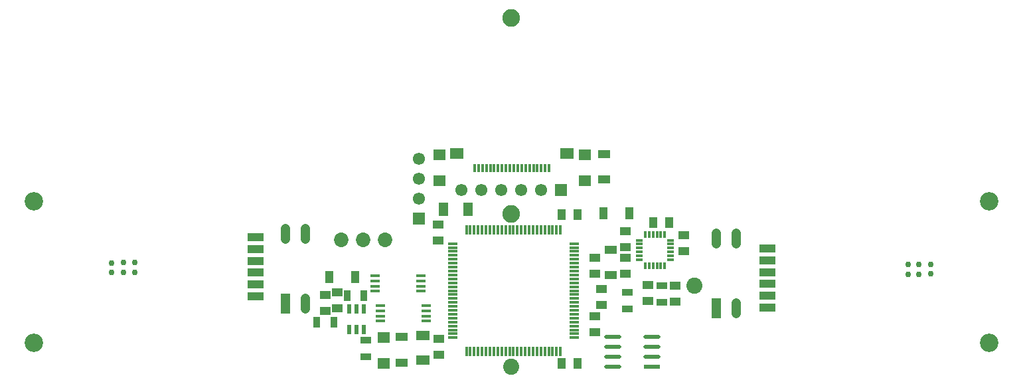
<source format=gts>
G04*
G04 #@! TF.GenerationSoftware,Altium Limited,Altium Designer,21.3.2 (30)*
G04*
G04 Layer_Color=8388736*
%FSLAX43Y43*%
%MOMM*%
G71*
G04*
G04 #@! TF.SameCoordinates,FBD5C96F-955A-4271-84E1-1BDEFFC5CDA7*
G04*
G04*
G04 #@! TF.FilePolarity,Negative*
G04*
G01*
G75*
%ADD21R,0.300X1.200*%
%ADD23R,1.200X0.300*%
%ADD40R,1.118X1.575*%
%ADD41R,1.321X1.067*%
%ADD42R,0.351X1.051*%
%ADD43R,0.601X1.251*%
%ADD44R,1.626X1.321*%
%ADD45R,1.575X1.118*%
%ADD46R,2.151X0.551*%
%ADD47O,2.151X0.551*%
%ADD48R,2.051X1.051*%
%ADD49R,0.940X1.321*%
%ADD50R,1.321X0.940*%
%ADD51R,1.251X0.401*%
%ADD52R,1.067X1.321*%
%ADD53R,0.841X0.311*%
%ADD54R,0.311X0.841*%
%ADD55R,1.701X1.351*%
%ADD56R,1.676X1.245*%
%ADD57O,1.251X2.551*%
%ADD58R,1.251X2.551*%
%ADD59R,1.245X1.676*%
%ADD60C,1.851*%
%ADD61C,2.051*%
%ADD62C,2.251*%
%ADD63C,2.351*%
%ADD64C,2.351*%
%ADD65C,0.751*%
%ADD66C,1.551*%
%ADD67R,1.551X1.551*%
%ADD68R,1.551X1.551*%
D21*
X56700Y67900D02*
D03*
X56200D02*
D03*
X64700Y52400D02*
D03*
X64200D02*
D03*
X63700D02*
D03*
X63200D02*
D03*
X62700D02*
D03*
X62200D02*
D03*
X61700D02*
D03*
X61200D02*
D03*
X60700D02*
D03*
X60200D02*
D03*
X59700D02*
D03*
X59200D02*
D03*
X58700D02*
D03*
X58200D02*
D03*
X57700D02*
D03*
X57200D02*
D03*
X56700D02*
D03*
X56200D02*
D03*
X55700D02*
D03*
X55200D02*
D03*
X54700D02*
D03*
X54200D02*
D03*
X53700D02*
D03*
X53200D02*
D03*
X52700Y67900D02*
D03*
X53200D02*
D03*
X53700D02*
D03*
X54200D02*
D03*
X54700D02*
D03*
X55200D02*
D03*
X55700D02*
D03*
X57200D02*
D03*
X57700D02*
D03*
X58200D02*
D03*
X58700D02*
D03*
X59200D02*
D03*
X59700D02*
D03*
X60200D02*
D03*
X60700D02*
D03*
X61200D02*
D03*
X61700D02*
D03*
X62200D02*
D03*
X62700D02*
D03*
X63200D02*
D03*
X63700D02*
D03*
X64200D02*
D03*
X64700D02*
D03*
X52700Y52400D02*
D03*
D23*
X66450Y62650D02*
D03*
X50950Y54150D02*
D03*
Y54650D02*
D03*
Y55150D02*
D03*
Y55650D02*
D03*
Y56150D02*
D03*
Y56650D02*
D03*
Y57150D02*
D03*
Y57650D02*
D03*
Y58150D02*
D03*
Y58650D02*
D03*
Y59150D02*
D03*
Y59650D02*
D03*
Y60150D02*
D03*
Y60650D02*
D03*
Y61150D02*
D03*
Y61650D02*
D03*
Y62150D02*
D03*
Y62650D02*
D03*
Y63150D02*
D03*
Y63650D02*
D03*
Y64150D02*
D03*
Y64650D02*
D03*
Y65150D02*
D03*
Y65650D02*
D03*
Y66150D02*
D03*
X66450D02*
D03*
Y65650D02*
D03*
Y65150D02*
D03*
Y64650D02*
D03*
Y64150D02*
D03*
Y63650D02*
D03*
Y63150D02*
D03*
Y62150D02*
D03*
Y61650D02*
D03*
Y61150D02*
D03*
Y60650D02*
D03*
Y60150D02*
D03*
Y59650D02*
D03*
Y59150D02*
D03*
Y58650D02*
D03*
Y58150D02*
D03*
Y57650D02*
D03*
Y57150D02*
D03*
Y56650D02*
D03*
Y56150D02*
D03*
Y55650D02*
D03*
Y55150D02*
D03*
Y54650D02*
D03*
Y54150D02*
D03*
D40*
X35250Y61900D02*
D03*
X38502D02*
D03*
X73450Y70050D02*
D03*
X70198D02*
D03*
D41*
X36200Y59900D02*
D03*
Y57868D02*
D03*
X69050Y54868D02*
D03*
Y56900D02*
D03*
X34700Y57550D02*
D03*
Y59582D02*
D03*
X80450Y65218D02*
D03*
Y67250D02*
D03*
X72950Y65718D02*
D03*
Y67750D02*
D03*
X69050Y62318D02*
D03*
Y64350D02*
D03*
X79350Y58718D02*
D03*
Y60750D02*
D03*
X75850Y58868D02*
D03*
Y60900D02*
D03*
X72950Y64382D02*
D03*
Y62350D02*
D03*
X69900Y58350D02*
D03*
Y60382D02*
D03*
X49100Y68550D02*
D03*
Y66518D02*
D03*
X49150Y51950D02*
D03*
Y53982D02*
D03*
D42*
X56750Y75750D02*
D03*
X56250D02*
D03*
X53750D02*
D03*
X54250D02*
D03*
X54750D02*
D03*
X57250D02*
D03*
X57750D02*
D03*
X59250D02*
D03*
X59750D02*
D03*
X63250D02*
D03*
X62750D02*
D03*
X62250D02*
D03*
X61750D02*
D03*
X61250D02*
D03*
X60750D02*
D03*
X60250D02*
D03*
X58750D02*
D03*
X58250D02*
D03*
X55750D02*
D03*
X55250D02*
D03*
D43*
X38700Y57800D02*
D03*
X37750D02*
D03*
X39650D02*
D03*
Y55200D02*
D03*
X38700D02*
D03*
X37750D02*
D03*
D44*
X67850Y77500D02*
D03*
Y74198D02*
D03*
X49250Y74148D02*
D03*
Y77450D02*
D03*
X42150Y54200D02*
D03*
Y50898D02*
D03*
D45*
X70250Y74298D02*
D03*
Y77550D02*
D03*
X71100Y62148D02*
D03*
Y65400D02*
D03*
X44450Y51000D02*
D03*
Y54252D02*
D03*
D46*
X76400Y50460D02*
D03*
D47*
Y51730D02*
D03*
Y53000D02*
D03*
Y54270D02*
D03*
X71400Y50460D02*
D03*
Y51730D02*
D03*
Y53000D02*
D03*
Y54270D02*
D03*
D48*
X25850Y59450D02*
D03*
Y60950D02*
D03*
Y62450D02*
D03*
Y63950D02*
D03*
Y65450D02*
D03*
Y66950D02*
D03*
X91050Y65500D02*
D03*
Y64000D02*
D03*
Y62500D02*
D03*
Y61000D02*
D03*
Y59500D02*
D03*
Y58000D02*
D03*
D49*
X33637Y56100D02*
D03*
X35796D02*
D03*
X37486Y59550D02*
D03*
X39646D02*
D03*
D50*
X39850Y51687D02*
D03*
Y53846D02*
D03*
X77600Y58654D02*
D03*
Y60813D02*
D03*
X73200Y57786D02*
D03*
Y59945D02*
D03*
D51*
X47575Y56275D02*
D03*
Y56925D02*
D03*
Y57575D02*
D03*
Y58225D02*
D03*
X41725D02*
D03*
Y57575D02*
D03*
Y56925D02*
D03*
Y56275D02*
D03*
X46875Y60075D02*
D03*
Y60725D02*
D03*
Y61375D02*
D03*
Y62025D02*
D03*
X41025D02*
D03*
Y61375D02*
D03*
Y60725D02*
D03*
Y60075D02*
D03*
D52*
X78600Y68850D02*
D03*
X76568D02*
D03*
X66900Y50850D02*
D03*
X64868D02*
D03*
X66850Y69850D02*
D03*
X64818D02*
D03*
D53*
X74780Y64080D02*
D03*
Y64580D02*
D03*
Y65080D02*
D03*
Y65580D02*
D03*
Y66080D02*
D03*
Y66580D02*
D03*
X78720D02*
D03*
Y66080D02*
D03*
Y65580D02*
D03*
Y65080D02*
D03*
Y64580D02*
D03*
Y64080D02*
D03*
D54*
X75500Y67300D02*
D03*
X76000D02*
D03*
X76500D02*
D03*
X77000D02*
D03*
X77500D02*
D03*
X78000D02*
D03*
Y63360D02*
D03*
X77500D02*
D03*
X77000D02*
D03*
X76500D02*
D03*
X76000D02*
D03*
X75500D02*
D03*
D55*
X65525Y77650D02*
D03*
X51475D02*
D03*
D56*
X47150Y51314D02*
D03*
Y54438D02*
D03*
D57*
X29660Y67350D02*
D03*
X32200D02*
D03*
Y58500D02*
D03*
X84550Y66800D02*
D03*
X87090D02*
D03*
Y57950D02*
D03*
D58*
X29660Y58500D02*
D03*
X84550Y57950D02*
D03*
D59*
X49764Y70550D02*
D03*
X52888D02*
D03*
D60*
X39550Y66600D02*
D03*
X36750D02*
D03*
X42350D02*
D03*
D61*
X81750Y60750D02*
D03*
X58400Y50450D02*
D03*
D62*
X58450Y94950D02*
D03*
Y69950D02*
D03*
D63*
X119400Y71500D02*
D03*
Y53500D02*
D03*
D64*
X-2500D02*
D03*
Y71500D02*
D03*
D65*
X109028Y63485D02*
D03*
Y62215D02*
D03*
X110425Y63485D02*
D03*
Y62215D02*
D03*
X111949Y63485D02*
D03*
Y62342D02*
D03*
X10397Y62515D02*
D03*
Y63785D02*
D03*
X9000Y62515D02*
D03*
Y63785D02*
D03*
X7476Y62515D02*
D03*
Y63658D02*
D03*
D66*
X46650Y76990D02*
D03*
Y74450D02*
D03*
Y71910D02*
D03*
X62230Y73000D02*
D03*
X59690D02*
D03*
X57150D02*
D03*
X54610D02*
D03*
X52070D02*
D03*
D67*
X46650Y69370D02*
D03*
D68*
X64770Y73000D02*
D03*
M02*

</source>
